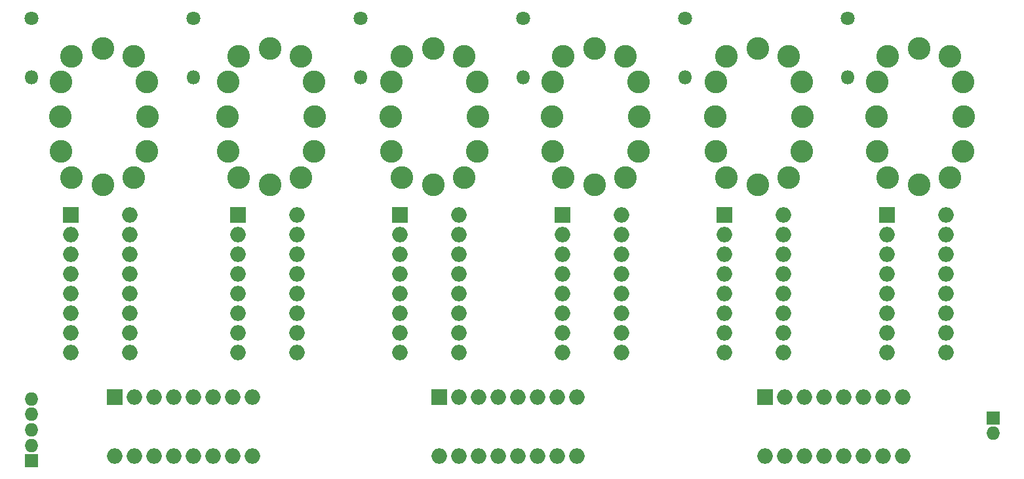
<source format=gbr>
From 2154b240dd549178e672547ee08466f17615c4d7 Mon Sep 17 00:00:00 2001
From: Determinant <ted.sybil@gmail.com>
Date: Sat, 28 Oct 2017 13:00:09 -0400
Subject: add schematic and pcb design

---
 circuits/gbrs/nixie-clock-F.Mask.gbr | 289 +++++++++++++++++++++++++++++++++++
 1 file changed, 289 insertions(+)
 create mode 100644 circuits/gbrs/nixie-clock-F.Mask.gbr

(limited to 'circuits/gbrs/nixie-clock-F.Mask.gbr')

diff --git a/circuits/gbrs/nixie-clock-F.Mask.gbr b/circuits/gbrs/nixie-clock-F.Mask.gbr
new file mode 100644
index 0000000..0b4ec8f
--- /dev/null
+++ b/circuits/gbrs/nixie-clock-F.Mask.gbr
@@ -0,0 +1,289 @@
+G04 #@! TF.FileFunction,Soldermask,Top*
+%FSLAX46Y46*%
+G04 Gerber Fmt 4.6, Leading zero omitted, Abs format (unit mm)*
+G04 Created by KiCad (PCBNEW 4.0.7) date Sun Oct  1 12:43:17 2017*
+%MOMM*%
+%LPD*%
+G01*
+G04 APERTURE LIST*
+%ADD10C,0.100000*%
+%ADD11R,1.750000X1.750000*%
+%ADD12O,1.750000X1.750000*%
+%ADD13C,1.800000*%
+%ADD14O,1.800000X1.800000*%
+%ADD15R,2.000000X2.000000*%
+%ADD16O,2.000000X2.000000*%
+%ADD17C,2.940000*%
+G04 APERTURE END LIST*
+D10*
+D11*
+X165608000Y-76486000D03*
+D12*
+X165608000Y-78486000D03*
+D11*
+X41402000Y-82042000D03*
+D12*
+X41402000Y-80042000D03*
+X41402000Y-78042000D03*
+X41402000Y-76042000D03*
+X41402000Y-74042000D03*
+D13*
+X41402000Y-24892000D03*
+D14*
+X41402000Y-32512000D03*
+D13*
+X62357000Y-24892000D03*
+D14*
+X62357000Y-32512000D03*
+D13*
+X83947000Y-24892000D03*
+D14*
+X83947000Y-32512000D03*
+D13*
+X104902000Y-24892000D03*
+D14*
+X104902000Y-32512000D03*
+D13*
+X125857000Y-24892000D03*
+D14*
+X125857000Y-32512000D03*
+D13*
+X146812000Y-24892000D03*
+D14*
+X146812000Y-32512000D03*
+D15*
+X52197000Y-73787000D03*
+D16*
+X69977000Y-81407000D03*
+X54737000Y-73787000D03*
+X67437000Y-81407000D03*
+X57277000Y-73787000D03*
+X64897000Y-81407000D03*
+X59817000Y-73787000D03*
+X62357000Y-81407000D03*
+X62357000Y-73787000D03*
+X59817000Y-81407000D03*
+X64897000Y-73787000D03*
+X57277000Y-81407000D03*
+X67437000Y-73787000D03*
+X54737000Y-81407000D03*
+X69977000Y-73787000D03*
+X52197000Y-81407000D03*
+D15*
+X94107000Y-73787000D03*
+D16*
+X111887000Y-81407000D03*
+X96647000Y-73787000D03*
+X109347000Y-81407000D03*
+X99187000Y-73787000D03*
+X106807000Y-81407000D03*
+X101727000Y-73787000D03*
+X104267000Y-81407000D03*
+X104267000Y-73787000D03*
+X101727000Y-81407000D03*
+X106807000Y-73787000D03*
+X99187000Y-81407000D03*
+X109347000Y-73787000D03*
+X96647000Y-81407000D03*
+X111887000Y-73787000D03*
+X94107000Y-81407000D03*
+D15*
+X136144000Y-73787000D03*
+D16*
+X153924000Y-81407000D03*
+X138684000Y-73787000D03*
+X151384000Y-81407000D03*
+X141224000Y-73787000D03*
+X148844000Y-81407000D03*
+X143764000Y-73787000D03*
+X146304000Y-81407000D03*
+X146304000Y-73787000D03*
+X143764000Y-81407000D03*
+X148844000Y-73787000D03*
+X141224000Y-81407000D03*
+X151384000Y-73787000D03*
+X138684000Y-81407000D03*
+X153924000Y-73787000D03*
+X136144000Y-81407000D03*
+D15*
+X46482000Y-50292000D03*
+D16*
+X54102000Y-68072000D03*
+X46482000Y-52832000D03*
+X54102000Y-65532000D03*
+X46482000Y-55372000D03*
+X54102000Y-62992000D03*
+X46482000Y-57912000D03*
+X54102000Y-60452000D03*
+X46482000Y-60452000D03*
+X54102000Y-57912000D03*
+X46482000Y-62992000D03*
+X54102000Y-55372000D03*
+X46482000Y-65532000D03*
+X54102000Y-52832000D03*
+X46482000Y-68072000D03*
+X54102000Y-50292000D03*
+D15*
+X68072000Y-50292000D03*
+D16*
+X75692000Y-68072000D03*
+X68072000Y-52832000D03*
+X75692000Y-65532000D03*
+X68072000Y-55372000D03*
+X75692000Y-62992000D03*
+X68072000Y-57912000D03*
+X75692000Y-60452000D03*
+X68072000Y-60452000D03*
+X75692000Y-57912000D03*
+X68072000Y-62992000D03*
+X75692000Y-55372000D03*
+X68072000Y-65532000D03*
+X75692000Y-52832000D03*
+X68072000Y-68072000D03*
+X75692000Y-50292000D03*
+D15*
+X89027000Y-50292000D03*
+D16*
+X96647000Y-68072000D03*
+X89027000Y-52832000D03*
+X96647000Y-65532000D03*
+X89027000Y-55372000D03*
+X96647000Y-62992000D03*
+X89027000Y-57912000D03*
+X96647000Y-60452000D03*
+X89027000Y-60452000D03*
+X96647000Y-57912000D03*
+X89027000Y-62992000D03*
+X96647000Y-55372000D03*
+X89027000Y-65532000D03*
+X96647000Y-52832000D03*
+X89027000Y-68072000D03*
+X96647000Y-50292000D03*
+D15*
+X109982000Y-50292000D03*
+D16*
+X117602000Y-68072000D03*
+X109982000Y-52832000D03*
+X117602000Y-65532000D03*
+X109982000Y-55372000D03*
+X117602000Y-62992000D03*
+X109982000Y-57912000D03*
+X117602000Y-60452000D03*
+X109982000Y-60452000D03*
+X117602000Y-57912000D03*
+X109982000Y-62992000D03*
+X117602000Y-55372000D03*
+X109982000Y-65532000D03*
+X117602000Y-52832000D03*
+X109982000Y-68072000D03*
+X117602000Y-50292000D03*
+D15*
+X130937000Y-50292000D03*
+D16*
+X138557000Y-68072000D03*
+X130937000Y-52832000D03*
+X138557000Y-65532000D03*
+X130937000Y-55372000D03*
+X138557000Y-62992000D03*
+X130937000Y-57912000D03*
+X138557000Y-60452000D03*
+X130937000Y-60452000D03*
+X138557000Y-57912000D03*
+X130937000Y-62992000D03*
+X138557000Y-55372000D03*
+X130937000Y-65532000D03*
+X138557000Y-52832000D03*
+X130937000Y-68072000D03*
+X138557000Y-50292000D03*
+D15*
+X151892000Y-50292000D03*
+D16*
+X159512000Y-68072000D03*
+X151892000Y-52832000D03*
+X159512000Y-65532000D03*
+X151892000Y-55372000D03*
+X159512000Y-62992000D03*
+X151892000Y-57912000D03*
+X159512000Y-60452000D03*
+X151892000Y-60452000D03*
+X159512000Y-57912000D03*
+X151892000Y-62992000D03*
+X159512000Y-55372000D03*
+X151892000Y-65532000D03*
+X159512000Y-52832000D03*
+X151892000Y-68072000D03*
+X159512000Y-50292000D03*
+D17*
+X87917020Y-33093660D03*
+X97279460Y-29776420D03*
+X98963480Y-33093660D03*
+X99090480Y-37592000D03*
+X98963480Y-42090340D03*
+X97279460Y-45407580D03*
+X93281500Y-46408340D03*
+X89283540Y-45407580D03*
+X87917020Y-42090340D03*
+X87790020Y-37592000D03*
+X89283540Y-29776420D03*
+X93281500Y-28775660D03*
+X45245020Y-33093660D03*
+X54607460Y-29776420D03*
+X56291480Y-33093660D03*
+X56418480Y-37592000D03*
+X56291480Y-42090340D03*
+X54607460Y-45407580D03*
+X50609500Y-46408340D03*
+X46611540Y-45407580D03*
+X45245020Y-42090340D03*
+X45118020Y-37592000D03*
+X46611540Y-29776420D03*
+X50609500Y-28775660D03*
+X66835020Y-33093660D03*
+X76197460Y-29776420D03*
+X77881480Y-33093660D03*
+X78008480Y-37592000D03*
+X77881480Y-42090340D03*
+X76197460Y-45407580D03*
+X72199500Y-46408340D03*
+X68201540Y-45407580D03*
+X66835020Y-42090340D03*
+X66708020Y-37592000D03*
+X68201540Y-29776420D03*
+X72199500Y-28775660D03*
+X108745020Y-33093660D03*
+X118107460Y-29776420D03*
+X119791480Y-33093660D03*
+X119918480Y-37592000D03*
+X119791480Y-42090340D03*
+X118107460Y-45407580D03*
+X114109500Y-46408340D03*
+X110111540Y-45407580D03*
+X108745020Y-42090340D03*
+X108618020Y-37592000D03*
+X110111540Y-29776420D03*
+X114109500Y-28775660D03*
+X129827020Y-33093660D03*
+X139189460Y-29776420D03*
+X140873480Y-33093660D03*
+X141000480Y-37592000D03*
+X140873480Y-42090340D03*
+X139189460Y-45407580D03*
+X135191500Y-46408340D03*
+X131193540Y-45407580D03*
+X129827020Y-42090340D03*
+X129700020Y-37592000D03*
+X131193540Y-29776420D03*
+X135191500Y-28775660D03*
+X150655020Y-33093660D03*
+X160017460Y-29776420D03*
+X161701480Y-33093660D03*
+X161828480Y-37592000D03*
+X161701480Y-42090340D03*
+X160017460Y-45407580D03*
+X156019500Y-46408340D03*
+X152021540Y-45407580D03*
+X150655020Y-42090340D03*
+X150528020Y-37592000D03*
+X152021540Y-29776420D03*
+X156019500Y-28775660D03*
+M02*
-- 
cgit v1.2.3


</source>
